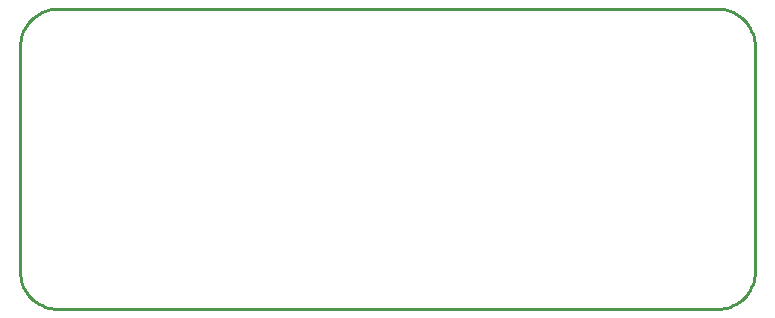
<source format=gbr>
G04 EAGLE Gerber RS-274X export*
G75*
%MOMM*%
%FSLAX34Y34*%
%LPD*%
%IN*%
%IPPOS*%
%AMOC8*
5,1,8,0,0,1.08239X$1,22.5*%
G01*
%ADD10C,0.254000*%


D10*
X-311150Y31750D02*
X-311029Y28983D01*
X-310668Y26237D01*
X-310068Y23533D01*
X-309235Y20891D01*
X-308175Y18332D01*
X-306896Y15875D01*
X-305408Y13539D01*
X-303722Y11342D01*
X-301851Y9299D01*
X-299809Y7428D01*
X-297611Y5742D01*
X-295275Y4254D01*
X-292818Y2975D01*
X-290259Y1915D01*
X-287618Y1082D01*
X-284913Y482D01*
X-282167Y121D01*
X-279400Y0D01*
X279400Y0D01*
X282167Y121D01*
X284913Y482D01*
X287618Y1082D01*
X290259Y1915D01*
X292818Y2975D01*
X295275Y4254D01*
X297611Y5742D01*
X299809Y7428D01*
X301851Y9299D01*
X303722Y11342D01*
X305408Y13539D01*
X306896Y15875D01*
X308175Y18332D01*
X309235Y20891D01*
X310068Y23533D01*
X310668Y26237D01*
X311029Y28983D01*
X311150Y31750D01*
X311150Y222250D01*
X311029Y225017D01*
X310668Y227763D01*
X310068Y230468D01*
X309235Y233109D01*
X308175Y235668D01*
X306896Y238125D01*
X305408Y240461D01*
X303722Y242659D01*
X301851Y244701D01*
X299809Y246572D01*
X297611Y248258D01*
X295275Y249746D01*
X292818Y251025D01*
X290259Y252085D01*
X287618Y252918D01*
X284913Y253518D01*
X282167Y253879D01*
X279400Y254000D01*
X-279400Y254000D01*
X-282167Y253879D01*
X-284913Y253518D01*
X-287618Y252918D01*
X-290259Y252085D01*
X-292818Y251025D01*
X-295275Y249746D01*
X-297611Y248258D01*
X-299809Y246572D01*
X-301851Y244701D01*
X-303722Y242659D01*
X-305408Y240461D01*
X-306896Y238125D01*
X-308175Y235668D01*
X-309235Y233109D01*
X-310068Y230468D01*
X-310668Y227763D01*
X-311029Y225017D01*
X-311150Y222250D01*
X-311150Y31750D01*
M02*

</source>
